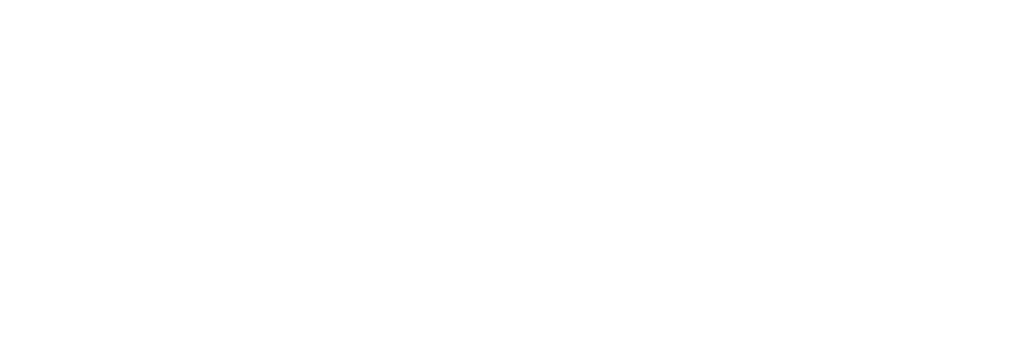
<source format=kicad_pcb>
(kicad_pcb (version 20240108) (generator pcbnew)
  (layers (0 "F.Cu" signal) (31 "B.Cu" signal) (34 "B.Paste" user) (35 "F.Paste" user) (36 "B.SilkS" user "B.Silkscreen") (37 "F.SilkS" user "F.Silkscreen") (38 "B.Mask" user) (39 "F.Mask" user) (44 "Edge.Cuts" user))
  (net 0 "")
  (footprint "MountingHole_6.4mm_M6_ISO7380" (layer "F.Cu") (at 0 0)
    (property "Reference" "REF**")
    (property "Value" "MountingHole_6.4mm_M6_ISO7380")
    (pad "" np_thru_hole circle (at 0 0) (size 6.4 6.4) (drill 6.4) (layers *.Cu *.Mask))
  )
)
</source>
